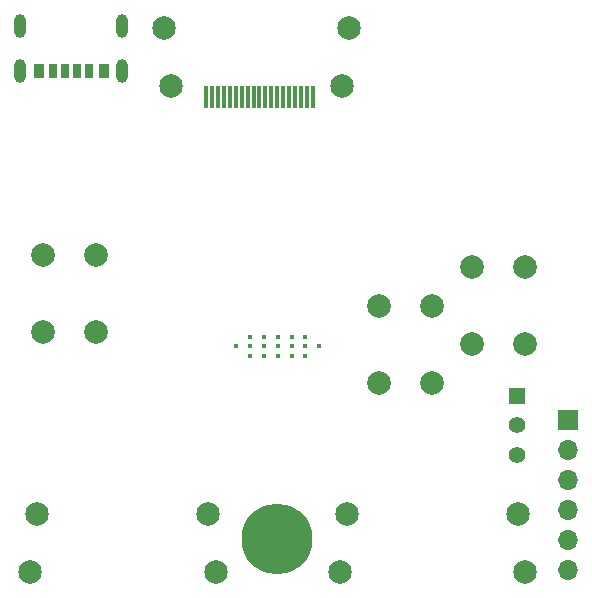
<source format=gbr>
%TF.GenerationSoftware,KiCad,Pcbnew,(6.0.10-0)*%
%TF.CreationDate,2022-12-29T22:01:02-08:00*%
%TF.ProjectId,HDMI-MUX,48444d49-2d4d-4555-982e-6b696361645f,rev?*%
%TF.SameCoordinates,Original*%
%TF.FileFunction,Soldermask,Bot*%
%TF.FilePolarity,Negative*%
%FSLAX46Y46*%
G04 Gerber Fmt 4.6, Leading zero omitted, Abs format (unit mm)*
G04 Created by KiCad (PCBNEW (6.0.10-0)) date 2022-12-29 22:01:02*
%MOMM*%
%LPD*%
G01*
G04 APERTURE LIST*
%ADD10R,0.700000X1.150000*%
%ADD11R,0.800000X1.150000*%
%ADD12R,0.900000X1.150000*%
%ADD13O,1.000000X2.000000*%
%ADD14C,0.400000*%
%ADD15C,1.995000*%
%ADD16R,1.700000X1.700000*%
%ADD17O,1.700000X1.700000*%
%ADD18C,2.000000*%
%ADD19C,6.000000*%
%ADD20R,1.408000X1.408000*%
%ADD21C,1.408000*%
%ADD22R,0.300000X1.900000*%
G04 APERTURE END LIST*
D10*
%TO.C,J2*%
X27557250Y-25086250D03*
D11*
X29577250Y-25086250D03*
D12*
X30807250Y-25086250D03*
D10*
X28557250Y-25086250D03*
D11*
X26537250Y-25086250D03*
D12*
X25307250Y-25086250D03*
D13*
X23737250Y-25081250D03*
X32377250Y-25081250D03*
X23737250Y-21281250D03*
X32377250Y-21281250D03*
%TD*%
D14*
%TO.C,U3*%
X49080250Y-48424500D03*
X47895250Y-47649500D03*
X47895250Y-48424500D03*
X47895250Y-49199500D03*
X46725250Y-47649500D03*
X46725250Y-48424500D03*
X46725250Y-49199500D03*
X45555250Y-47649500D03*
X45555250Y-48424500D03*
X45555250Y-49199500D03*
X44385250Y-47649500D03*
X44385250Y-48424500D03*
X44385250Y-49199500D03*
X43215250Y-47649500D03*
X43215250Y-48424500D03*
X43215250Y-49199500D03*
X42030250Y-48424500D03*
%TD*%
D15*
%TO.C,J5*%
X39696000Y-62622000D03*
X25196000Y-62622000D03*
X24596000Y-67522000D03*
X40296000Y-67522000D03*
%TD*%
%TO.C,J4*%
X65896000Y-62622000D03*
X51396000Y-62622000D03*
X50796000Y-67522000D03*
X66496000Y-67522000D03*
%TD*%
D16*
%TO.C,J1*%
X70129000Y-54635000D03*
D17*
X70129000Y-57175000D03*
X70129000Y-59715000D03*
X70129000Y-62255000D03*
X70129000Y-64795000D03*
X70129000Y-67335000D03*
%TD*%
D18*
%TO.C,SW1*%
X62012000Y-41708000D03*
X62012000Y-48208000D03*
X66512000Y-41708000D03*
X66512000Y-48208000D03*
%TD*%
%TO.C,SW3*%
X25690000Y-47192000D03*
X25690000Y-40692000D03*
X30190000Y-40692000D03*
X30190000Y-47192000D03*
%TD*%
D19*
%TO.C,REF\u002A\u002A*%
X45466000Y-64770000D03*
%TD*%
D20*
%TO.C,SW2*%
X65786000Y-52618000D03*
D21*
X65786000Y-55118000D03*
X65786000Y-57618000D03*
%TD*%
D18*
%TO.C,SW4*%
X58638000Y-45010000D03*
X58638000Y-51510000D03*
X54138000Y-45010000D03*
X54138000Y-51510000D03*
%TD*%
D22*
%TO.C,J3*%
X48508750Y-27290500D03*
X48008750Y-27290500D03*
X47508750Y-27290500D03*
X47008750Y-27290500D03*
X46508750Y-27290500D03*
X46008750Y-27290500D03*
X45508750Y-27290500D03*
X45008750Y-27290500D03*
X44508750Y-27290500D03*
X44008750Y-27290500D03*
X43508750Y-27290500D03*
X43008750Y-27290500D03*
X42508750Y-27290500D03*
X42008750Y-27290500D03*
X41508750Y-27290500D03*
X41008750Y-27290500D03*
X40508750Y-27290500D03*
X40008750Y-27290500D03*
X39508750Y-27290500D03*
D15*
X51008750Y-26390500D03*
X36508750Y-26390500D03*
X35908750Y-21490500D03*
X51608750Y-21490500D03*
%TD*%
M02*

</source>
